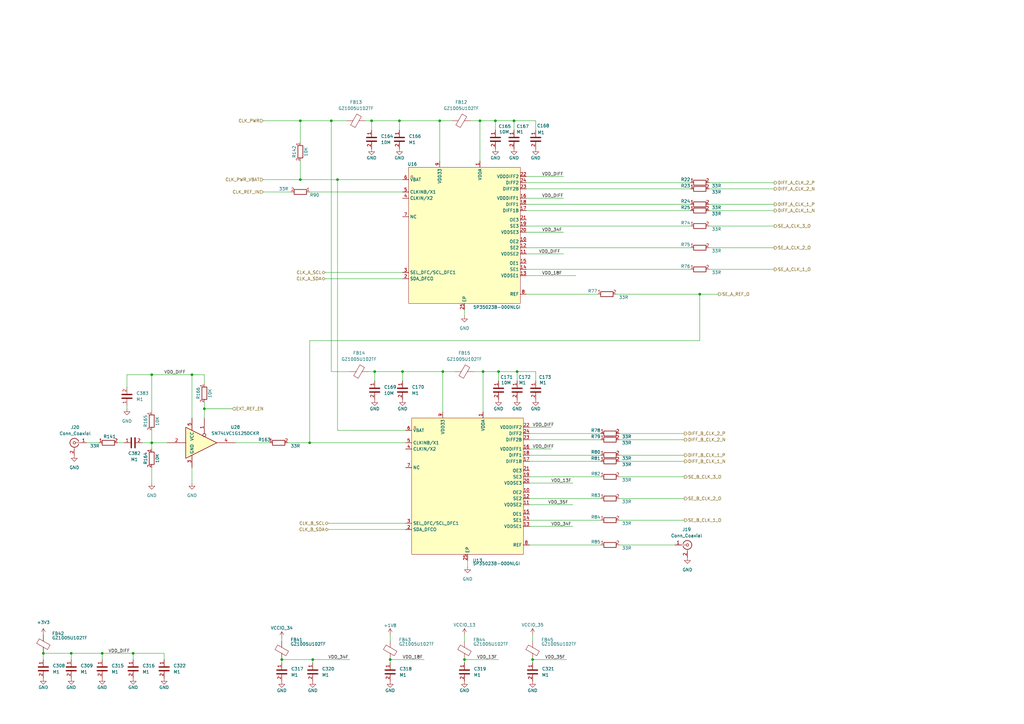
<source format=kicad_sch>
(kicad_sch (version 20250114) (generator "eeschema") (generator_version "9.0")
  (paper "A3")
  (title_block (title "TRNX SDR Carrier board") (date "2025-11-18") (rev "0.1") (company "Tronex s.r.o. / Tronex Group USA LLC"))
  (lib_symbols
    (symbol "74xGxx:74LVC1G125"
      (property "Reference" "U" (at -10.16 7.62 0))
      (property "Value" "74LVC1G125" (at 2.54 -7.62 0))
      (symbol "74LVC1G125_0_1"
        (polyline (pts (xy -7.62 6.35) (xy -7.62 -6.35) (xy 5.08 0) (xy -7.62 6.35)) (stroke (width 0.254)) (fill (type background)))
      )
      (symbol "74LVC1G125_1_1"
        (pin input line (at -15.24 0 0) (length 7.62) (name "~") (number "2"))
        (pin power_in line (at -5.08 10.16 270) (length 5.08) (name "VCC") (number "5"))
        (pin power_in line (at -5.08 -10.16 90) (length 5.08) (name "GND") (number "3"))
        (pin input inverted (at 0 10.16 270) (length 7.62) (name "~") (number "1"))
        (pin tri_state line (at 12.7 0 180) (length 7.62) (name "~") (number "4"))
      )
    )
    (symbol "Connector:Conn_Coaxial" (pin_names (offset 1.016) (hide yes))
      (property "Reference" "J" (at 0.254 3.048 0))
      (property "Value" "Conn_Coaxial" (at 2.921 0 90))
      (symbol "Conn_Coaxial_0_1"
        (polyline (pts (xy -2.54 0) (xy -0.508 0)))
        (arc (start 1.778 0) (mid 0.222 -1.8079) (end -1.778 -0.508) (stroke (width 0.254)))
        (arc (start -1.778 0.508) (mid 0.2221 1.8084) (end 1.778 0) (stroke (width 0.254)))
        (circle (center 0 0) (radius 0.508) (stroke (width 0.2032)))
        (polyline (pts (xy 0 -2.54) (xy 0 -1.778)))
      )
      (symbol "Conn_Coaxial_1_1"
        (pin passive line (at -5.08 0 0) (length 2.54) (name "In") (number "1"))
        (pin passive line (at 0 -5.08 90) (length 2.54) (name "Ext") (number "2"))
      )
    )
    (symbol "Device:FerriteBead" (pin_numbers (hide yes)) (pin_names (offset 0))
      (property "Reference" "FB" (at -3.81 0.635 90))
      (property "Value" "FerriteBead" (at 3.81 0 90))
      (symbol "FerriteBead_0_1"
        (polyline (pts (xy -2.7686 0.4064) (xy -1.7018 2.2606) (xy 2.7686 -0.3048) (xy 1.6764 -2.159) (xy -2.7686 0.4064)))
        (polyline (pts (xy 0 1.27) (xy 0 1.2954)))
        (polyline (pts (xy 0 -1.27) (xy 0 -1.2192)))
      )
      (symbol "FerriteBead_1_1"
        (pin passive line (at 0 3.81 270) (length 2.54) (name "~") (number "1"))
        (pin passive line (at 0 -3.81 90) (length 2.54) (name "~") (number "2"))
      )
    )
    (symbol "PPA-Pasive:Cap" (pin_names (offset 1.016))
      (property "Reference" "C" (at -5.08 0 0))
      (property "Value" "Cap" (at 5.08 -2.54 0))
      (symbol "Cap_1_1"
        (polyline (pts (xy -2.032 0.762) (xy 2.032 0.762)) (stroke (width 0.508)))
        (polyline (pts (xy -2.032 -0.762) (xy 2.032 -0.762)) (stroke (width 0.508)))
        (pin passive line (at 0 3.81 270) (length 2.794) (name "~") (number "1"))
        (pin passive line (at 0 -3.81 90) (length 2.794) (name "~") (number "2"))
      )
    )
    (symbol "PPA-Pasive:Res" (pin_names (offset 1.016))
      (property "Reference" "R" (at -2.54 2.54 0))
      (property "Value" "Res" (at -1.27 -2.54 0))
      (symbol "Res_1_1"
        (rectangle (start 2.54 -1.016) (end -2.54 1.016) (stroke (width 0.254)))
        (pin passive line (at -3.81 0 0) (length 1.27) (name "~") (number "1"))
        (pin passive line (at 3.81 0 180) (length 1.27) (name "~") (number "2"))
      )
    )
    (symbol "power:+1V8" (power) (pin_names (offset 0))
      (property "Value" "+1V8" (at 0 3.556 0))
      (symbol "+1V8_0_1"
        (polyline (pts (xy -0.762 1.27) (xy 0 2.54)))
        (polyline (pts (xy 0 2.54) (xy 0.762 1.27)))
        (polyline (pts (xy 0 0) (xy 0 2.54)))
      )
      (symbol "+1V8_1_1"
        (pin power_in line (at 0 0 90) (length 0) (hide yes) (name "+1V8") (number "1"))
      )
    )
    (symbol "power:+3V3" (power) (pin_names (offset 0))
      (property "Value" "+3V3" (at 0 3.556 0))
      (symbol "+3V3_0_1"
        (polyline (pts (xy -0.762 1.27) (xy 0 2.54)))
        (polyline (pts (xy 0 2.54) (xy 0.762 1.27)))
        (polyline (pts (xy 0 0) (xy 0 2.54)))
      )
      (symbol "+3V3_1_1"
        (pin power_in line (at 0 0 90) (length 0) (hide yes) (name "+3V3") (number "1"))
      )
    )
    (symbol "power:GND" (power) (pin_names (offset 0))
      (property "Value" "GND" (at 0 -3.81 0))
      (symbol "GND_0_1"
        (polyline (pts (xy 0 0) (xy 0 -1.27) (xy 1.27 -1.27) (xy 0 -2.54) (xy -1.27 -1.27) (xy 0 -1.27)))
      )
      (symbol "GND_1_1"
        (pin power_in line (at 0 0 270) (length 0) (hide yes) (name "GND") (number "1"))
      )
    )
    (symbol "power:VDD" (power) (pin_names (offset 0))
      (property "Value" "VDD" (at 0 3.81 0))
      (symbol "VDD_0_1"
        (polyline (pts (xy -0.762 1.27) (xy 0 2.54)))
        (polyline (pts (xy 0 2.54) (xy 0.762 1.27)))
        (polyline (pts (xy 0 0) (xy 0 2.54)))
      )
      (symbol "VDD_1_1"
        (pin power_in line (at 0 0 90) (length 0) (hide yes) (name "VDD") (number "1"))
      )
    )
    (symbol "ppa-ic-clock:5P35023B-000NLGI"
      (property "Reference" "U" (at 0 0 0))
      (symbol "5P35023B-000NLGI_1_0"
        (rectangle (start -22.86 17.78) (end 22.86 -38.1) (fill (type background)))
        (circle (center -21.59 13.97) (radius 0.381))
        (pin unspecified line (at -25.4 12.7 0) (length 2.54) (name "VBAT") (number "6"))
        (pin unspecified line (at -25.4 7.62 0) (length 2.54) (name "CLKINB/X1") (number "5"))
        (pin unspecified line (at -25.4 5.08 0) (length 2.54) (name "CLKIN/X2") (number "4"))
        (pin unspecified line (at -25.4 -2.54 0) (length 2.54) (name "NC") (number "7"))
        (pin unspecified line (at -25.4 -25.4 0) (length 2.54) (name "SEL_DFC/SCL_DFC1") (number "3"))
        (pin unspecified line (at -25.4 -27.94 0) (length 2.54) (name "SDA_DFCO") (number "2"))
        (pin unspecified line (at -10.16 20.32 270) (length 2.54) (name "VDD33") (number "9"))
        (pin unspecified line (at 0 -40.64 90) (length 2.54) (name "EP") (number "25"))
        (pin unspecified line (at 6.35 20.32 270) (length 2.54) (name "VDDA") (number "1"))
        (pin unspecified line (at 25.4 13.97 180) (length 2.54) (name "VDDDIFF2") (number "22"))
        (pin unspecified line (at 25.4 11.43 180) (length 2.54) (name "DIFF2") (number "24"))
        (pin unspecified line (at 25.4 8.89 180) (length 2.54) (name "DIFF2B") (number "23"))
        (pin unspecified line (at 25.4 5.08 180) (length 2.54) (name "VDDDIFF1") (number "16"))
        (pin unspecified line (at 25.4 2.54 180) (length 2.54) (name "DIFF1") (number "18"))
        (pin unspecified line (at 25.4 0 180) (length 2.54) (name "DIFF1B") (number "17"))
        (pin unspecified line (at 25.4 -3.81 180) (length 2.54) (name "OE3") (number "21"))
        (pin unspecified line (at 25.4 -6.35 180) (length 2.54) (name "SE3") (number "19"))
        (pin unspecified line (at 25.4 -8.89 180) (length 2.54) (name "VDDSE3") (number "20"))
        (pin unspecified line (at 25.4 -12.7 180) (length 2.54) (name "OE2") (number "10"))
        (pin unspecified line (at 25.4 -15.24 180) (length 2.54) (name "SE2") (number "12"))
        (pin unspecified line (at 25.4 -17.78 180) (length 2.54) (name "VDDSE2") (number "11"))
        (pin unspecified line (at 25.4 -21.59 180) (length 2.54) (name "OE1") (number "15"))
        (pin unspecified line (at 25.4 -24.13 180) (length 2.54) (name "SE1") (number "14"))
        (pin unspecified line (at 25.4 -26.67 180) (length 2.54) (name "VDDSE1") (number "13"))
        (pin unspecified line (at 25.4 -34.29 180) (length 2.54) (name "REF") (number "8"))
      )
    )
  )
  (junction (at 135.89 49.53))
  (junction (at 152.4 49.53))
  (junction (at 287.02 120.65))
  (junction (at 160.02 270.51))
  (junction (at 218.44 270.51))
  (junction (at 210.82 49.53))
  (junction (at 181.61 152.4))
  (junction (at 153.67 152.4))
  (junction (at 203.2 49.53))
  (junction (at 123.19 49.53))
  (junction (at 17.78 267.97))
  (junction (at 41.91 267.97))
  (junction (at 165.1 152.4))
  (junction (at 115.57 270.51))
  (junction (at 123.19 73.66))
  (junction (at 196.85 49.53))
  (junction (at 29.21 267.97))
  (junction (at 198.12 152.4))
  (junction (at 54.61 267.97))
  (junction (at 190.5 270.51))
  (junction (at 62.23 153.67))
  (junction (at 212.09 152.4))
  (junction (at 83.82 167.64))
  (junction (at 127 181.61))
  (junction (at 78.74 153.67))
  (junction (at 128.27 270.51))
  (junction (at 204.47 152.4))
  (junction (at 163.83 49.53))
  (junction (at 180.34 49.53))
  (junction (at 62.23 181.61))
  (junction (at 138.43 73.66))
  (wire (pts (xy 123.19 66.04) (xy 123.19 73.66)))
  (wire (pts (xy 165.1 152.4) (xy 181.61 152.4)))
  (wire (pts (xy 215.9 110.49) (xy 283.21 110.49)))
  (wire (pts (xy 54.61 270.51) (xy 54.61 267.97)))
  (wire (pts (xy 254 223.52) (xy 276.86 223.52)))
  (wire (pts (xy 133.35 111.76) (xy 165.1 111.76)))
  (wire (pts (xy 52.07 166.37) (xy 52.07 167.64)))
  (wire (pts (xy 204.47 152.4) (xy 204.47 156.21)))
  (wire (pts (xy 83.82 171.45) (xy 83.82 167.64)))
  (wire (pts (xy 62.23 168.91) (xy 62.23 153.67)))
  (wire (pts (xy 115.57 270.51) (xy 115.57 271.78)))
  (wire (pts (xy 107.95 49.53) (xy 123.19 49.53)))
  (wire (pts (xy 290.83 77.47) (xy 317.5 77.47)))
  (wire (pts (xy 217.17 223.52) (xy 246.38 223.52)))
  (wire (pts (xy 218.44 270.51) (xy 232.41 270.51)))
  (wire (pts (xy 29.21 267.97) (xy 17.78 267.97)))
  (wire (pts (xy 127 139.7) (xy 127 181.61)))
  (wire (pts (xy 128.27 270.51) (xy 128.27 271.78)))
  (wire (pts (xy 215.9 104.14) (xy 231.14 104.14)))
  (wire (pts (xy 217.17 215.9) (xy 234.95 215.9)))
  (wire (pts (xy 41.91 267.97) (xy 29.21 267.97)))
  (wire (pts (xy 135.89 152.4) (xy 135.89 49.53)))
  (wire (pts (xy 196.85 49.53) (xy 193.04 49.53)))
  (wire (pts (xy 212.09 152.4) (xy 204.47 152.4)))
  (wire (pts (xy 203.2 49.53) (xy 203.2 53.34)))
  (wire (pts (xy 215.9 74.93) (xy 283.21 74.93)))
  (wire (pts (xy 215.9 120.65) (xy 245.11 120.65)))
  (wire (pts (xy 78.74 198.12) (xy 78.74 191.77)))
  (wire (pts (xy 231.14 95.25) (xy 215.9 95.25)))
  (wire (pts (xy 254 189.23) (xy 280.67 189.23)))
  (wire (pts (xy 128.27 270.51) (xy 143.51 270.51)))
  (wire (pts (xy 254 213.36) (xy 280.67 213.36)))
  (wire (pts (xy 180.34 49.53) (xy 180.34 66.04)))
  (wire (pts (xy 152.4 49.53) (xy 152.4 53.34)))
  (wire (pts (xy 210.82 49.53) (xy 210.82 53.34)))
  (wire (pts (xy 190.5 270.51) (xy 204.47 270.51)))
  (wire (pts (xy 17.78 267.97) (xy 17.78 270.51)))
  (wire (pts (xy 83.82 157.48) (xy 83.82 153.67)))
  (wire (pts (xy 143.51 152.4) (xy 135.89 152.4)))
  (wire (pts (xy 215.9 86.36) (xy 283.21 86.36)))
  (wire (pts (xy 252.73 120.65) (xy 287.02 120.65)))
  (wire (pts (xy 181.61 152.4) (xy 186.69 152.4)))
  (wire (pts (xy 180.34 49.53) (xy 185.42 49.53)))
  (wire (pts (xy 123.19 49.53) (xy 123.19 58.42)))
  (wire (pts (xy 123.19 49.53) (xy 135.89 49.53)))
  (wire (pts (xy 287.02 120.65) (xy 294.64 120.65)))
  (wire (pts (xy 48.26 181.61) (xy 50.8 181.61)))
  (wire (pts (xy 52.07 153.67) (xy 62.23 153.67)))
  (wire (pts (xy 107.95 78.74) (xy 119.38 78.74)))
  (wire (pts (xy 62.23 153.67) (xy 78.74 153.67)))
  (wire (pts (xy 151.13 152.4) (xy 153.67 152.4)))
  (wire (pts (xy 190.5 127) (xy 190.5 129.54)))
  (wire (pts (xy 254 186.69) (xy 280.67 186.69)))
  (wire (pts (xy 287.02 139.7) (xy 127 139.7)))
  (wire (pts (xy 134.62 217.17) (xy 166.37 217.17)))
  (wire (pts (xy 290.83 83.82) (xy 317.5 83.82)))
  (wire (pts (xy 62.23 181.61) (xy 68.58 181.61)))
  (wire (pts (xy 133.35 114.3) (xy 165.1 114.3)))
  (wire (pts (xy 217.17 198.12) (xy 234.95 198.12)))
  (wire (pts (xy 118.11 181.61) (xy 127 181.61)))
  (wire (pts (xy 163.83 49.53) (xy 180.34 49.53)))
  (wire (pts (xy 83.82 165.1) (xy 83.82 167.64)))
  (wire (pts (xy 165.1 152.4) (xy 165.1 156.21)))
  (wire (pts (xy 217.17 186.69) (xy 246.38 186.69)))
  (wire (pts (xy 215.9 72.39) (xy 231.14 72.39)))
  (wire (pts (xy 149.86 49.53) (xy 152.4 49.53)))
  (wire (pts (xy 191.77 229.87) (xy 191.77 232.41)))
  (wire (pts (xy 138.43 176.53) (xy 138.43 73.66)))
  (wire (pts (xy 96.52 181.61) (xy 110.49 181.61)))
  (wire (pts (xy 290.83 86.36) (xy 317.5 86.36)))
  (wire (pts (xy 41.91 267.97) (xy 41.91 270.51)))
  (wire (pts (xy 215.9 113.03) (xy 236.22 113.03)))
  (wire (pts (xy 160.02 270.51) (xy 173.99 270.51)))
  (wire (pts (xy 212.09 152.4) (xy 212.09 156.21)))
  (wire (pts (xy 67.31 270.51) (xy 67.31 267.97)))
  (wire (pts (xy 215.9 77.47) (xy 283.21 77.47)))
  (wire (pts (xy 163.83 49.53) (xy 163.83 53.34)))
  (wire (pts (xy 203.2 49.53) (xy 196.85 49.53)))
  (wire (pts (xy 196.85 49.53) (xy 196.85 66.04)))
  (wire (pts (xy 166.37 176.53) (xy 138.43 176.53)))
  (wire (pts (xy 54.61 267.97) (xy 41.91 267.97)))
  (wire (pts (xy 115.57 270.51) (xy 128.27 270.51)))
  (wire (pts (xy 58.42 181.61) (xy 62.23 181.61)))
  (wire (pts (xy 215.9 92.71) (xy 283.21 92.71)))
  (wire (pts (xy 190.5 260.35) (xy 190.5 262.89)))
  (wire (pts (xy 217.17 180.34) (xy 246.38 180.34)))
  (wire (pts (xy 152.4 49.53) (xy 163.83 49.53)))
  (wire (pts (xy 153.67 152.4) (xy 165.1 152.4)))
  (wire (pts (xy 217.17 177.8) (xy 246.38 177.8)))
  (wire (pts (xy 210.82 49.53) (xy 219.71 49.53)))
  (wire (pts (xy 198.12 152.4) (xy 194.31 152.4)))
  (wire (pts (xy 40.64 181.61) (xy 35.56 181.61)))
  (wire (pts (xy 29.21 267.97) (xy 29.21 270.51)))
  (wire (pts (xy 215.9 101.6) (xy 283.21 101.6)))
  (wire (pts (xy 217.17 207.01) (xy 234.95 207.01)))
  (wire (pts (xy 190.5 270.51) (xy 190.5 271.78)))
  (wire (pts (xy 83.82 153.67) (xy 78.74 153.67)))
  (wire (pts (xy 217.17 213.36) (xy 246.38 213.36)))
  (wire (pts (xy 123.19 73.66) (xy 138.43 73.66)))
  (wire (pts (xy 62.23 176.53) (xy 62.23 181.61)))
  (wire (pts (xy 254 180.34) (xy 280.67 180.34)))
  (wire (pts (xy 127 78.74) (xy 165.1 78.74)))
  (wire (pts (xy 198.12 152.4) (xy 198.12 168.91)))
  (wire (pts (xy 153.67 152.4) (xy 153.67 156.21)))
  (wire (pts (xy 135.89 49.53) (xy 142.24 49.53)))
  (wire (pts (xy 160.02 270.51) (xy 160.02 271.78)))
  (wire (pts (xy 217.17 189.23) (xy 246.38 189.23)))
  (wire (pts (xy 218.44 270.51) (xy 218.44 271.78)))
  (wire (pts (xy 127 181.61) (xy 166.37 181.61)))
  (wire (pts (xy 217.17 184.15) (xy 226.06 184.15)))
  (wire (pts (xy 254 195.58) (xy 280.67 195.58)))
  (wire (pts (xy 290.83 101.6) (xy 317.5 101.6)))
  (wire (pts (xy 290.83 74.93) (xy 317.5 74.93)))
  (wire (pts (xy 254 177.8) (xy 280.67 177.8)))
  (wire (pts (xy 219.71 156.21) (xy 219.71 152.4)))
  (wire (pts (xy 290.83 110.49) (xy 317.5 110.49)))
  (wire (pts (xy 218.44 260.35) (xy 218.44 262.89)))
  (wire (pts (xy 215.9 83.82) (xy 283.21 83.82)))
  (wire (pts (xy 83.82 167.64) (xy 95.25 167.64)))
  (wire (pts (xy 115.57 261.62) (xy 115.57 262.89)))
  (wire (pts (xy 134.62 214.63) (xy 166.37 214.63)))
  (wire (pts (xy 78.74 153.67) (xy 78.74 171.45)))
  (wire (pts (xy 219.71 53.34) (xy 219.71 49.53)))
  (wire (pts (xy 290.83 92.71) (xy 317.5 92.71)))
  (wire (pts (xy 62.23 198.12) (xy 62.23 191.77)))
  (wire (pts (xy 138.43 73.66) (xy 165.1 73.66)))
  (wire (pts (xy 204.47 152.4) (xy 198.12 152.4)))
  (wire (pts (xy 287.02 120.65) (xy 287.02 139.7)))
  (wire (pts (xy 160.02 260.35) (xy 160.02 262.89)))
  (wire (pts (xy 254 204.47) (xy 280.67 204.47)))
  (wire (pts (xy 217.17 204.47) (xy 246.38 204.47)))
  (wire (pts (xy 67.31 267.97) (xy 54.61 267.97)))
  (wire (pts (xy 107.95 73.66) (xy 123.19 73.66)))
  (wire (pts (xy 62.23 181.61) (xy 62.23 184.15)))
  (wire (pts (xy 210.82 49.53) (xy 203.2 49.53)))
  (wire (pts (xy 217.17 175.26) (xy 226.06 175.26)))
  (wire (pts (xy 52.07 158.75) (xy 52.07 153.67)))
  (wire (pts (xy 181.61 152.4) (xy 181.61 168.91)))
  (wire (pts (xy 212.09 152.4) (xy 219.71 152.4)))
  (wire (pts (xy 231.14 81.28) (xy 215.9 81.28)))
  (wire (pts (xy 217.17 195.58) (xy 246.38 195.58)))
  (label "VDD_18F" (at 165.1 270.51 0))
  (label "VDD_35F" (at 224.79 207.01 0))
  (label "VDD_DIFF" (at 220.98 104.14 0))
  (label "VDD_34F" (at 222.25 95.25 0))
  (label "VDD_DIFF" (at 218.44 184.15 0))
  (label "VDD_13F" (at 226.06 198.12 0))
  (label "VDD_DIFF" (at 218.44 175.26 0))
  (label "VDD_18F" (at 222.25 113.03 0))
  (label "VDD_DIFF" (at 222.25 81.28 0))
  (label "VDD_DIFF" (at 44.45 267.97 0))
  (label "VDD_34F" (at 134.62 270.51 0))
  (label "VDD_35F" (at 223.52 270.51 0))
  (label "VDD_DIFF" (at 222.25 72.39 0))
  (label "VDD_13F" (at 195.58 270.51 0))
  (label "VDD_DIFF" (at 67.31 153.67 0))
  (label "VDD_34F" (at 226.06 215.9 0))
  (hierarchical_label "DIFF_A_CLK_1_P" (shape output) (at 317.5 83.82 0))
  (hierarchical_label "SE_B_CLK_3_O" (shape output) (at 280.67 195.58 0))
  (hierarchical_label "CLK_B_SCL" (shape bidirectional) (at 134.62 214.63 180))
  (hierarchical_label "CLK_REF_IN" (shape input) (at 107.95 78.74 180))
  (hierarchical_label "DIFF_B_CLK_1_N" (shape output) (at 280.67 189.23 0))
  (hierarchical_label "CLK_A_SCL" (shape bidirectional) (at 133.35 111.76 180))
  (hierarchical_label "CLK_PWR" (shape input) (at 107.95 49.53 180))
  (hierarchical_label "CLK_A_SDA" (shape bidirectional) (at 133.35 114.3 180))
  (hierarchical_label "SE_A_CLK_2_O" (shape output) (at 317.5 101.6 0))
  (hierarchical_label "DIFF_B_CLK_1_P" (shape output) (at 280.67 186.69 0))
  (hierarchical_label "SE_A_REF_O" (shape output) (at 294.64 120.65 0))
  (hierarchical_label "DIFF_A_CLK_1_N" (shape output) (at 317.5 86.36 0))
  (hierarchical_label "DIFF_B_CLK_2_N" (shape output) (at 280.67 180.34 0))
  (hierarchical_label "CLK_PWR_VBAT" (shape input) (at 107.95 73.66 180))
  (hierarchical_label "SE_B_CLK_2_O" (shape output) (at 280.67 204.47 0))
  (hierarchical_label "DIFF_A_CLK_2_P" (shape output) (at 317.5 74.93 0))
  (hierarchical_label "DIFF_B_CLK_2_P" (shape output) (at 280.67 177.8 0))
  (hierarchical_label "EXT_REF_EN" (shape input) (at 95.25 167.64 0))
  (hierarchical_label "DIFF_A_CLK_2_N" (shape output) (at 317.5 77.47 0))
  (hierarchical_label "SE_A_CLK_1_O" (shape output) (at 317.5 110.49 0))
  (hierarchical_label "SE_A_CLK_3_O" (shape output) (at 317.5 92.71 0))
  (hierarchical_label "CLK_B_SDA" (shape bidirectional) (at 134.62 217.17 180))
  (hierarchical_label "SE_B_CLK_1_O" (shape output) (at 280.67 213.36 0))
  (symbol (lib_id "power:VDD") (at 190.5 260.35 0) (unit 1)
    (property "Reference" "#PWR0397" (effects (hide yes)))
    (property "Value" "VCCIO_13" (at 190.5 256.286 0))
    (property "Description" "Power symbol creates a global label with name \"VDD\"" (effects (hide yes)))
  )
  (symbol (lib_id "PPA-Pasive:Res") (at 287.02 83.82 0) (unit 1)
    (property "Reference" "R24" (at 281.178 82.55 0))
    (property "Value" "33R" (at 293.878 85.09 0))
    (property "Footprint" "Resistor_SMD:R_0402_1005Metric" (effects (hide yes)))
    (property "Power" "250mW" (effects (hide yes)))
    (property "Tolerance" "=< 5%" (effects (hide yes)))
    (property "JLCPCB Part #" "C25105" (effects (hide yes)))
  )
  (symbol (lib_id "PPA-Pasive:Res") (at 62.23 172.72 270) (unit 1)
    (property "Reference" "R165" (at 59.69 172.72 0))
    (property "Value" "10K" (at 64.516 172.72 0))
    (property "Footprint" "Resistor_SMD:R_0402_1005Metric" (effects (hide yes)))
    (property "Power" "250mW" (effects (hide yes)))
    (property "Tolerance" "=< 5%" (effects (hide yes)))
    (property "JLCPCB Part #" "C25744" (effects (hide yes)))
  )
  (symbol (lib_id "Device:FerriteBead") (at 218.44 266.7 180) (unit 1)
    (property "Reference" "FB45" (at 221.996 262.382 0) (effects (justify right)))
    (property "Value" "GZ1005U102TF" (at 221.996 264.16 0) (effects (justify right)))
    (property "Footprint" "Inductor_SMD:L_0402_1005Metric_Pad0.77x0.64mm_HandSolder" (effects (hide yes)))
    (property "Description" "Ferrite bead" (effects (hide yes)))
    (property "JLCPCB Part #" "C19136" (effects (hide yes)))
  )
  (symbol (lib_id "PPA-Pasive:Res") (at 250.19 195.58 0) (unit 1)
    (property "Reference" "R82" (at 244.348 194.31 0))
    (property "Value" "33R" (at 257.048 196.85 0))
    (property "Footprint" "Resistor_SMD:R_0402_1005Metric" (effects (hide yes)))
    (property "Power" "250mW" (effects (hide yes)))
    (property "Tolerance" "=< 5%" (effects (hide yes)))
    (property "JLCPCB Part #" "C25105" (effects (hide yes)))
  )
  (symbol (lib_id "power:GND") (at 128.27 279.4 0) (unit 1)
    (property "Reference" "#PWR0518" (effects (hide yes)))
    (property "Value" "GND" (at 128.27 283.21 0))
    (property "Description" "Power symbol creates a global label with name \"GND\" , ground" (effects (hide yes)))
  )
  (symbol (lib_id "PPA-Pasive:Cap") (at 153.67 160.02 0) (unit 1)
    (property "Reference" "C169" (at 157.48 158.7499 0) (effects (justify left)))
    (property "Value" "10M" (at 157.48 161.2899 0) (effects (justify left)))
    (property "Footprint" "Capacitor_SMD:C_0603_1608Metric" (effects (hide yes)))
    (property "Description" "capacitor" (effects (hide yes)))
    (property "Voltage" "100V" (effects (hide yes)))
    (property "Material" "X7R" (effects (hide yes)))
    (property "JLCPCB Part #" "C96446" (effects (hide yes)))
  )
  (symbol (lib_id "PPA-Pasive:Res") (at 250.19 204.47 0) (unit 1)
    (property "Reference" "R83" (at 244.348 203.2 0))
    (property "Value" "33R" (at 257.048 205.74 0))
    (property "Footprint" "Resistor_SMD:R_0402_1005Metric" (effects (hide yes)))
    (property "Power" "250mW" (effects (hide yes)))
    (property "Tolerance" "=< 5%" (effects (hide yes)))
    (property "JLCPCB Part #" "C25105" (effects (hide yes)))
  )
  (symbol (lib_id "PPA-Pasive:Res") (at 83.82 161.29 270) (unit 1)
    (property "Reference" "R166" (at 81.28 161.29 0))
    (property "Value" "10K" (at 86.106 161.29 0))
    (property "Footprint" "Resistor_SMD:R_0402_1005Metric" (effects (hide yes)))
    (property "Power" "250mW" (effects (hide yes)))
    (property "Tolerance" "=< 5%" (effects (hide yes)))
    (property "JLCPCB Part #" "C25744" (effects (hide yes)))
  )
  (symbol (lib_id "PPA-Pasive:Cap") (at 128.27 275.59 0) (unit 1)
    (property "Reference" "C320" (at 132.08 274.3199 0) (effects (justify left)))
    (property "Value" "M1" (at 132.08 276.8599 0) (effects (justify left)))
    (property "Footprint" "Capacitor_SMD:C_0201_0603Metric" (effects (hide yes)))
    (property "Description" "capacitor" (effects (hide yes)))
    (property "Voltage" "100V" (effects (hide yes)))
    (property "Material" "X7R" (effects (hide yes)))
    (property "PN" "CL03A104KP3NNNC" (effects (hide yes)))
    (property "JLC" "C49062" (effects (hide yes)))
    (property "JLCPCB Part #" "C1581" (effects (hide yes)))
  )
  (symbol (lib_id "power:GND") (at 190.5 279.4 0) (unit 1)
    (property "Reference" "#PWR0516" (effects (hide yes)))
    (property "Value" "GND" (at 190.5 283.21 0))
    (property "Description" "Power symbol creates a global label with name \"GND\" , ground" (effects (hide yes)))
  )
  (symbol (lib_id "PPA-Pasive:Res") (at 287.02 74.93 0) (unit 1)
    (property "Reference" "R22" (at 281.178 73.66 0))
    (property "Value" "33R" (at 293.878 76.2 0))
    (property "Footprint" "Resistor_SMD:R_0402_1005Metric" (effects (hide yes)))
    (property "Power" "250mW" (effects (hide yes)))
    (property "Tolerance" "=< 5%" (effects (hide yes)))
    (property "JLCPCB Part #" "C25105" (effects (hide yes)))
  )
  (symbol (lib_id "PPA-Pasive:Cap") (at 218.44 275.59 0) (unit 1)
    (property "Reference" "C321" (at 222.25 274.3199 0) (effects (justify left)))
    (property "Value" "M1" (at 222.25 276.8599 0) (effects (justify left)))
    (property "Footprint" "Capacitor_SMD:C_0201_0603Metric" (effects (hide yes)))
    (property "Description" "capacitor" (effects (hide yes)))
    (property "Voltage" "100V" (effects (hide yes)))
    (property "Material" "X7R" (effects (hide yes)))
    (property "PN" "CL03A104KP3NNNC" (effects (hide yes)))
    (property "JLC" "C49062" (effects (hide yes)))
    (property "JLCPCB Part #" "C1581" (effects (hide yes)))
  )
  (symbol (lib_id "power:VDD") (at 115.57 261.62 0) (unit 1)
    (property "Reference" "#PWR0523" (effects (hide yes)))
    (property "Value" "VCCIO_34" (at 115.57 257.556 0))
    (property "Description" "Power symbol creates a global label with name \"VDD\"" (effects (hide yes)))
  )
  (symbol (lib_id "PPA-Pasive:Cap") (at 52.07 162.56 180) (unit 1)
    (property "Reference" "C383" (at 55.88 161.2899 0) (effects (justify right)))
    (property "Value" "M1" (at 55.88 163.8299 0) (effects (justify right)))
    (property "Footprint" "Capacitor_SMD:C_0201_0603Metric" (effects (hide yes)))
    (property "Description" "capacitor" (effects (hide yes)))
    (property "Voltage" "100V" (effects (hide yes)))
    (property "Material" "X7R" (effects (hide yes)))
    (property "PN" "CL03A104KP3NNNC" (effects (hide yes)))
    (property "JLC" "C49062" (effects (hide yes)))
    (property "JLCPCB Part #" "C1581" (effects (hide yes)))
  )
  (symbol (lib_id "power:GND") (at 153.67 163.83 0) (unit 1)
    (property "Reference" "#PWR0244" (effects (hide yes)))
    (property "Value" "GND" (at 153.67 167.64 0))
    (property "Description" "Power symbol creates a global label with name \"GND\" , ground" (effects (hide yes)))
  )
  (symbol (lib_id "power:GND") (at 62.23 198.12 0) (unit 1)
    (property "Reference" "#PWR0656" (effects (hide yes)))
    (property "Value" "GND" (at 62.23 203.2 0))
    (property "Description" "Power symbol creates a global label with name \"GND\" , ground" (effects (hide yes)))
  )
  (symbol (lib_id "power:GND") (at 115.57 279.4 0) (unit 1)
    (property "Reference" "#PWR0522" (effects (hide yes)))
    (property "Value" "GND" (at 115.57 283.21 0))
    (property "Description" "Power symbol creates a global label with name \"GND\" , ground" (effects (hide yes)))
  )
  (symbol (lib_id "PPA-Pasive:Res") (at 250.19 177.8 0) (unit 1)
    (property "Reference" "R78" (at 244.348 176.53 0))
    (property "Value" "33R" (at 257.048 179.07 0))
    (property "Footprint" "Resistor_SMD:R_0402_1005Metric" (effects (hide yes)))
    (property "Power" "250mW" (effects (hide yes)))
    (property "Tolerance" "=< 5%" (effects (hide yes)))
    (property "JLCPCB Part #" "C25105" (effects (hide yes)))
  )
  (symbol (lib_id "power:GND") (at 218.44 279.4 0) (unit 1)
    (property "Reference" "#PWR0524" (effects (hide yes)))
    (property "Value" "GND" (at 218.44 283.21 0))
    (property "Description" "Power symbol creates a global label with name \"GND\" , ground" (effects (hide yes)))
  )
  (symbol (lib_id "power:+3V3") (at 17.78 260.35 0) (unit 1)
    (property "Reference" "#PWR0513" (effects (hide yes)))
    (property "Value" "+3V3" (at 17.78 255.27 0))
    (property "Description" "Power symbol creates a global label with name \"+3V3\"" (effects (hide yes)))
  )
  (symbol (lib_id "PPA-Pasive:Cap") (at 54.61 181.61 90) (unit 1)
    (property "Reference" "C382" (at 55.118 185.928 90))
    (property "Value" "M1" (at 55.118 188.468 90))
    (property "Footprint" "Capacitor_SMD:C_0201_0603Metric" (effects (hide yes)))
    (property "Description" "capacitor" (effects (hide yes)))
    (property "Voltage" "100V" (effects (hide yes)))
    (property "Material" "X7R" (effects (hide yes)))
    (property "PN" "CL03A104KP3NNNC" (effects (hide yes)))
    (property "JLC" "C49062" (effects (hide yes)))
    (property "JLCPCB Part #" "C1581" (effects (hide yes)))
  )
  (symbol (lib_id "PPA-Pasive:Cap") (at 17.78 274.32 0) (unit 1)
    (property "Reference" "C308" (at 21.59 273.0499 0) (effects (justify left)))
    (property "Value" "M1" (at 21.59 275.5899 0) (effects (justify left)))
    (property "Footprint" "Capacitor_SMD:C_0201_0603Metric" (effects (hide yes)))
    (property "Description" "capacitor" (effects (hide yes)))
    (property "Voltage" "100V" (effects (hide yes)))
    (property "Material" "X7R" (effects (hide yes)))
    (property "PN" "CL03A104KP3NNNC" (effects (hide yes)))
    (property "JLC" "C49062" (effects (hide yes)))
    (property "JLCPCB Part #" "C1581" (effects (hide yes)))
  )
  (symbol (lib_id "PPA-Pasive:Res") (at 250.19 186.69 0) (unit 1)
    (property "Reference" "R80" (at 244.348 185.42 0))
    (property "Value" "33R" (at 257.048 187.96 0))
    (property "Footprint" "Resistor_SMD:R_0402_1005Metric" (effects (hide yes)))
    (property "Power" "250mW" (effects (hide yes)))
    (property "Tolerance" "=< 5%" (effects (hide yes)))
    (property "JLCPCB Part #" "C25105" (effects (hide yes)))
  )
  (symbol (lib_id "PPA-Pasive:Cap") (at 219.71 160.02 0) (unit 1)
    (property "Reference" "C173" (at 220.98 154.686 0) (effects (justify left)))
    (property "Value" "M1" (at 221.234 156.972 0) (effects (justify left)))
    (property "Footprint" "Capacitor_SMD:C_0201_0603Metric" (effects (hide yes)))
    (property "Description" "capacitor" (effects (hide yes)))
    (property "Voltage" "100V" (effects (hide yes)))
    (property "Material" "X7R" (effects (hide yes)))
    (property "PN" "CL03A104KP3NNNC" (effects (hide yes)))
    (property "JLC" "C49062" (effects (hide yes)))
    (property "JLCPCB Part #" "C1581" (effects (hide yes)))
  )
  (symbol (lib_id "power:GND") (at 52.07 167.64 0) (unit 1)
    (property "Reference" "#PWR0657" (effects (hide yes)))
    (property "Value" "GND" (at 52.07 172.72 0))
    (property "Description" "Power symbol creates a global label with name \"GND\" , ground" (effects (hide yes)))
  )
  (symbol (lib_id "PPA-Pasive:Res") (at 114.3 181.61 0) (unit 1)
    (property "Reference" "R163" (at 108.458 180.34 0))
    (property "Value" "33R" (at 121.158 182.88 0))
    (property "Footprint" "Resistor_SMD:R_0402_1005Metric" (effects (hide yes)))
    (property "Power" "250mW" (effects (hide yes)))
    (property "Tolerance" "=< 5%" (effects (hide yes)))
    (property "JLCPCB Part #" "C25105" (effects (hide yes)))
  )
  (symbol (lib_id "PPA-Pasive:Cap") (at 165.1 160.02 0) (unit 1)
    (property "Reference" "C170" (at 168.91 158.7499 0) (effects (justify left)))
    (property "Value" "M1" (at 168.91 161.2899 0) (effects (justify left)))
    (property "Footprint" "Capacitor_SMD:C_0201_0603Metric" (effects (hide yes)))
    (property "Description" "capacitor" (effects (hide yes)))
    (property "Voltage" "100V" (effects (hide yes)))
    (property "Material" "X7R" (effects (hide yes)))
    (property "PN" "CL03A104KP3NNNC" (effects (hide yes)))
    (property "JLC" "C49062" (effects (hide yes)))
    (property "JLCPCB Part #" "C1581" (effects (hide yes)))
  )
  (symbol (lib_id "PPA-Pasive:Res") (at 287.02 77.47 0) (unit 1)
    (property "Reference" "R23" (at 281.178 76.2 0))
    (property "Value" "33R" (at 293.878 78.74 0))
    (property "Footprint" "Resistor_SMD:R_0402_1005Metric" (effects (hide yes)))
    (property "Power" "250mW" (effects (hide yes)))
    (property "Tolerance" "=< 5%" (effects (hide yes)))
    (property "JLCPCB Part #" "C25105" (effects (hide yes)))
  )
  (symbol (lib_id "power:GND") (at 160.02 279.4 0) (unit 1)
    (property "Reference" "#PWR0512" (effects (hide yes)))
    (property "Value" "GND" (at 160.02 283.21 0))
    (property "Description" "Power symbol creates a global label with name \"GND\" , ground" (effects (hide yes)))
  )
  (symbol (lib_id "power:GND") (at 67.31 278.13 0) (unit 1)
    (property "Reference" "#PWR0525" (effects (hide yes)))
    (property "Value" "GND" (at 67.31 281.94 0))
    (property "Description" "Power symbol creates a global label with name \"GND\" , ground" (effects (hide yes)))
  )
  (symbol (lib_id "Connector:Conn_Coaxial") (at 281.94 223.52 0) (unit 1)
    (property "Reference" "J19" (at 281.6226 217.17 0))
    (property "Value" "Conn_Coaxial" (at 281.6226 219.71 0))
    (property "Footprint" "Connector_Coaxial:MMCX_Molex_73415-0961_Horizontal_1.6mm-PCB" (effects (hide yes)))
    (property "Description" "coaxial connector (BNC, SMA, SMB, SMC, Cinch/RCA, LEMO, ...)" (effects (hide yes)))
    (property "JLCPCB Part #" "C5250057" (effects (hide yes)))
  )
  (symbol (lib_id "PPA-Pasive:Cap") (at 41.91 274.32 0) (unit 1)
    (property "Reference" "C315" (at 45.72 273.0499 0) (effects (justify left)))
    (property "Value" "M1" (at 45.72 275.5899 0) (effects (justify left)))
    (property "Footprint" "Capacitor_SMD:C_0201_0603Metric" (effects (hide yes)))
    (property "Description" "capacitor" (effects (hide yes)))
    (property "Voltage" "100V" (effects (hide yes)))
    (property "Material" "X7R" (effects (hide yes)))
    (property "PN" "CL03A104KP3NNNC" (effects (hide yes)))
    (property "JLC" "C49062" (effects (hide yes)))
    (property "JLCPCB Part #" "C1581" (effects (hide yes)))
  )
  (symbol (lib_id "PPA-Pasive:Res") (at 250.19 213.36 0) (unit 1)
    (property "Reference" "R84" (at 244.348 212.09 0))
    (property "Value" "33R" (at 257.048 214.63 0))
    (property "Footprint" "Resistor_SMD:R_0402_1005Metric" (effects (hide yes)))
    (property "Power" "250mW" (effects (hide yes)))
    (property "Tolerance" "=< 5%" (effects (hide yes)))
    (property "JLCPCB Part #" "C25105" (effects (hide yes)))
  )
  (symbol (lib_id "PPA-Pasive:Cap") (at 219.71 57.15 0) (unit 1)
    (property "Reference" "C168" (at 220.218 51.562 0) (effects (justify left)))
    (property "Value" "M1" (at 220.472 54.356 0) (effects (justify left)))
    (property "Footprint" "Capacitor_SMD:C_0201_0603Metric" (effects (hide yes)))
    (property "Description" "capacitor" (effects (hide yes)))
    (property "Voltage" "100V" (effects (hide yes)))
    (property "Material" "X7R" (effects (hide yes)))
    (property "PN" "CL03A104KP3NNNC" (effects (hide yes)))
    (property "JLC" "C49062" (effects (hide yes)))
    (property "JLCPCB Part #" "C1581" (effects (hide yes)))
  )
  (symbol (lib_id "Device:FerriteBead") (at 189.23 49.53 90) (unit 1)
    (property "Reference" "FB12" (at 189.1792 41.91 90))
    (property "Value" "GZ1005U102TF" (at 189.1792 44.45 90))
    (property "Footprint" "Inductor_SMD:L_0402_1005Metric_Pad0.77x0.64mm_HandSolder" (effects (hide yes)))
    (property "Description" "Ferrite bead" (effects (hide yes)))
    (property "JLCPCB Part #" "C19136" (effects (hide yes)))
  )
  (symbol (lib_id "power:GND") (at 219.71 163.83 0) (unit 1)
    (property "Reference" "#PWR0249" (effects (hide yes)))
    (property "Value" "GND" (at 219.71 167.64 0))
    (property "Description" "Power symbol creates a global label with name \"GND\" , ground" (effects (hide yes)))
  )
  (symbol (lib_id "ppa-ic-clock:5P35023B-000NLGI") (at 190.5 86.36 0) (unit 1)
    (property "Reference" "U16" (at 167.132 67.31 0) (effects (justify left)))
    (property "Value" "5P35023B-000NLGI" (at 194.056 125.984 0) (effects (justify left)))
    (property "Footprint" "Package_DFN_QFN:VQFN-24-1EP_4x4mm_P0.5mm_EP2.5x2.5mm" (effects (hide yes)))
    (property "Datasheet" "https://atta.szlcsc.com/upload/public/pdf/source/20240327/4C346C506739DAFF7F8BC3ABE021809F.pdf" (effects (hide yes)))
    (property "Description" "Interface:I2C Output Frequency(Max):500MHz Voltage - Supply:1.71V~1.89V；3.135V~3.465V；2.375V~2.625V Voltage - Supply:1.71V~1.89V；3.135V~3.465V；2.375V~2.625V Number of Outputs:6 Operating Temperature:-40°C~+85°C Operating Temperature:-40°C~+85°C" (effects (hide yes)))
    (property "Manufacturer Part" "5P35023B-000NLGI" (effects (hide yes)))
    (property "Manufacturer" "RENESAS(瑞萨)/IDT" (effects (hide yes)))
    (property "Supplier Part" "C3611529" (effects (hide yes)))
    (property "Supplier" "LCSC" (effects (hide yes)))
    (property "LCSC Part Name" "5P35023B-000NLGI" (effects (hide yes)))
    (property "JLCPCB Part #" "C3611529 " (effects (hide yes)))
  )
  (symbol (lib_id "Device:FerriteBead") (at 115.57 266.7 180) (unit 1)
    (property "Reference" "FB41" (at 119.126 262.382 0) (effects (justify right)))
    (property "Value" "GZ1005U102TF" (at 119.126 264.16 0) (effects (justify right)))
    (property "Footprint" "Inductor_SMD:L_0402_1005Metric_Pad0.77x0.64mm_HandSolder" (effects (hide yes)))
    (property "Description" "Ferrite bead" (effects (hide yes)))
    (property "JLCPCB Part #" "C19136" (effects (hide yes)))
  )
  (symbol (lib_id "Device:FerriteBead") (at 190.5 152.4 90) (unit 1)
    (property "Reference" "FB15" (at 190.4492 144.78 90))
    (property "Value" "GZ1005U102TF" (at 190.4492 147.32 90))
    (property "Footprint" "Inductor_SMD:L_0402_1005Metric_Pad0.77x0.64mm_HandSolder" (effects (hide yes)))
    (property "Description" "Ferrite bead" (effects (hide yes)))
    (property "JLCPCB Part #" "C19136" (effects (hide yes)))
  )
  (symbol (lib_id "Connector:Conn_Coaxial") (at 30.48 181.61 0) (mirror y) (unit 1)
    (property "Reference" "J20" (at 30.7974 175.26 0))
    (property "Value" "Conn_Coaxial" (at 30.7974 177.8 0))
    (property "Footprint" "Connector_Coaxial:MMCX_Molex_73415-0961_Horizontal_1.6mm-PCB" (effects (hide yes)))
    (property "Description" "coaxial connector (BNC, SMA, SMB, SMC, Cinch/RCA, LEMO, ...)" (effects (hide yes)))
    (property "JLCPCB Part #" "C5250057" (effects (hide yes)))
  )
  (symbol (lib_id "PPA-Pasive:Cap") (at 54.61 274.32 0) (unit 1)
    (property "Reference" "C316" (at 58.42 273.0499 0) (effects (justify left)))
    (property "Value" "M1" (at 58.42 275.5899 0) (effects (justify left)))
    (property "Footprint" "Capacitor_SMD:C_0201_0603Metric" (effects (hide yes)))
    (property "Description" "capacitor" (effects (hide yes)))
    (property "Voltage" "100V" (effects (hide yes)))
    (property "Material" "X7R" (effects (hide yes)))
    (property "PN" "CL03A104KP3NNNC" (effects (hide yes)))
    (property "JLC" "C49062" (effects (hide yes)))
    (property "JLCPCB Part #" "C1581" (effects (hide yes)))
  )
  (symbol (lib_id "power:GND") (at 152.4 60.96 0) (unit 1)
    (property "Reference" "#PWR0239" (effects (hide yes)))
    (property "Value" "GND" (at 152.4 64.77 0))
    (property "Description" "Power symbol creates a global label with name \"GND\" , ground" (effects (hide yes)))
  )
  (symbol (lib_id "PPA-Pasive:Cap") (at 190.5 275.59 0) (unit 1)
    (property "Reference" "C319" (at 194.31 274.3199 0) (effects (justify left)))
    (property "Value" "M1" (at 194.31 276.8599 0) (effects (justify left)))
    (property "Footprint" "Capacitor_SMD:C_0201_0603Metric" (effects (hide yes)))
    (property "Description" "capacitor" (effects (hide yes)))
    (property "Voltage" "100V" (effects (hide yes)))
    (property "Material" "X7R" (effects (hide yes)))
    (property "PN" "CL03A104KP3NNNC" (effects (hide yes)))
    (property "JLC" "C49062" (effects (hide yes)))
    (property "JLCPCB Part #" "C1581" (effects (hide yes)))
  )
  (symbol (lib_id "ppa-ic-clock:5P35023B-000NLGI") (at 191.77 189.23 0) (unit 1)
    (property "Reference" "U13" (at 193.9133 229.87 0) (effects (justify left)))
    (property "Value" "5P35023B-000NLGI" (at 193.9133 231.14 0) (effects (justify left)))
    (property "Footprint" "Package_DFN_QFN:VQFN-24-1EP_4x4mm_P0.5mm_EP2.5x2.5mm" (effects (hide yes)))
    (property "Datasheet" "https://atta.szlcsc.com/upload/public/pdf/source/20240327/4C346C506739DAFF7F8BC3ABE021809F.pdf" (effects (hide yes)))
    (property "Description" "Interface:I2C Output Frequency(Max):500MHz Voltage - Supply:1.71V~1.89V；3.135V~3.465V；2.375V~2.625V Voltage - Supply:1.71V~1.89V；3.135V~3.465V；2.375V~2.625V Number of Outputs:6 Operating Temperature:-40°C~+85°C Operating Temperature:-40°C~+85°C" (effects (hide yes)))
    (property "Manufacturer Part" "5P35023B-000NLGI" (effects (hide yes)))
    (property "Manufacturer" "RENESAS(瑞萨)/IDT" (effects (hide yes)))
    (property "Supplier Part" "C3611529" (effects (hide yes)))
    (property "Supplier" "LCSC" (effects (hide yes)))
    (property "LCSC Part Name" "5P35023B-000NLGI" (effects (hide yes)))
    (property "JLCPCB Part #" "C3611529 " (effects (hide yes)))
  )
  (symbol (lib_id "PPA-Pasive:Cap") (at 67.31 274.32 0) (unit 1)
    (property "Reference" "C322" (at 71.12 273.0499 0) (effects (justify left)))
    (property "Value" "M1" (at 71.12 275.5899 0) (effects (justify left)))
    (property "Footprint" "Capacitor_SMD:C_0201_0603Metric" (effects (hide yes)))
    (property "Description" "capacitor" (effects (hide yes)))
    (property "Voltage" "100V" (effects (hide yes)))
    (property "Material" "X7R" (effects (hide yes)))
    (property "PN" "CL03A104KP3NNNC" (effects (hide yes)))
    (property "JLC" "C49062" (effects (hide yes)))
    (property "JLCPCB Part #" "C1581" (effects (hide yes)))
  )
  (symbol (lib_id "PPA-Pasive:Cap") (at 210.82 57.15 0) (unit 1)
    (property "Reference" "C167" (at 211.836 51.816 0) (effects (justify left)))
    (property "Value" "M1" (at 211.836 54.102 0) (effects (justify left)))
    (property "Footprint" "Capacitor_SMD:C_0201_0603Metric" (effects (hide yes)))
    (property "Description" "capacitor" (effects (hide yes)))
    (property "Voltage" "100V" (effects (hide yes)))
    (property "Material" "X7R" (effects (hide yes)))
    (property "PN" "CL03A104KP3NNNC" (effects (hide yes)))
    (property "JLC" "C49062" (effects (hide yes)))
    (property "JLCPCB Part #" "C1581" (effects (hide yes)))
  )
  (symbol (lib_id "Device:FerriteBead") (at 17.78 264.16 180) (unit 1)
    (property "Reference" "FB42" (at 21.336 259.842 0) (effects (justify right)))
    (property "Value" "GZ1005U102TF" (at 21.336 261.62 0) (effects (justify right)))
    (property "Footprint" "Inductor_SMD:L_0402_1005Metric_Pad0.77x0.64mm_HandSolder" (effects (hide yes)))
    (property "Description" "Ferrite bead" (effects (hide yes)))
    (property "JLCPCB Part #" "C19136" (effects (hide yes)))
  )
  (symbol (lib_id "power:GND") (at 78.74 198.12 0) (unit 1)
    (property "Reference" "#PWR0653" (effects (hide yes)))
    (property "Value" "GND" (at 78.74 203.2 0))
    (property "Description" "Power symbol creates a global label with name \"GND\" , ground" (effects (hide yes)))
  )
  (symbol (lib_id "PPA-Pasive:Cap") (at 203.2 57.15 0) (unit 1)
    (property "Reference" "C165" (at 204.47 51.816 0) (effects (justify left)))
    (property "Value" "10M" (at 204.724 54.102 0) (effects (justify left)))
    (property "Footprint" "Capacitor_SMD:C_0603_1608Metric" (effects (hide yes)))
    (property "Description" "capacitor" (effects (hide yes)))
    (property "Voltage" "100V" (effects (hide yes)))
    (property "Material" "X7R" (effects (hide yes)))
    (property "JLCPCB Part #" "C96446" (effects (hide yes)))
  )
  (symbol (lib_id "PPA-Pasive:Res") (at 250.19 180.34 0) (unit 1)
    (property "Reference" "R79" (at 244.348 179.07 0))
    (property "Value" "33R" (at 257.048 181.61 0))
    (property "Footprint" "Resistor_SMD:R_0402_1005Metric" (effects (hide yes)))
    (property "Power" "250mW" (effects (hide yes)))
    (property "Tolerance" "=< 5%" (effects (hide yes)))
    (property "JLCPCB Part #" "C25105" (effects (hide yes)))
  )
  (symbol (lib_id "PPA-Pasive:Res") (at 250.19 223.52 0) (unit 1)
    (property "Reference" "R85" (at 244.348 222.25 0))
    (property "Value" "33R" (at 257.048 224.79 0))
    (property "Footprint" "Resistor_SMD:R_0402_1005Metric" (effects (hide yes)))
    (property "Power" "250mW" (effects (hide yes)))
    (property "Tolerance" "=< 5%" (effects (hide yes)))
    (property "JLCPCB Part #" "C25105" (effects (hide yes)))
  )
  (symbol (lib_id "power:GND") (at 190.5 129.54 0) (unit 1)
    (property "Reference" "#PWR0238" (effects (hide yes)))
    (property "Value" "GND" (at 190.5 134.62 0))
    (property "Description" "Power symbol creates a global label with name \"GND\" , ground" (effects (hide yes)))
  )
  (symbol (lib_id "power:GND") (at 212.09 163.83 0) (unit 1)
    (property "Reference" "#PWR0248" (effects (hide yes)))
    (property "Value" "GND" (at 212.09 167.64 0))
    (property "Description" "Power symbol creates a global label with name \"GND\" , ground" (effects (hide yes)))
  )
  (symbol (lib_id "PPA-Pasive:Cap") (at 152.4 57.15 0) (unit 1)
    (property "Reference" "C164" (at 156.21 55.8799 0) (effects (justify left)))
    (property "Value" "10M" (at 156.21 58.4199 0) (effects (justify left)))
    (property "Footprint" "Capacitor_SMD:C_0603_1608Metric" (effects (hide yes)))
    (property "Description" "capacitor" (effects (hide yes)))
    (property "Voltage" "100V" (effects (hide yes)))
    (property "Material" "X7R" (effects (hide yes)))
    (property "JLCPCB Part #" "C96446" (effects (hide yes)))
  )
  (symbol (lib_id "PPA-Pasive:Res") (at 287.02 86.36 0) (unit 1)
    (property "Reference" "R25" (at 281.178 85.09 0))
    (property "Value" "33R" (at 293.878 87.63 0))
    (property "Footprint" "Resistor_SMD:R_0402_1005Metric" (effects (hide yes)))
    (property "Power" "250mW" (effects (hide yes)))
    (property "Tolerance" "=< 5%" (effects (hide yes)))
    (property "JLCPCB Part #" "C25105" (effects (hide yes)))
  )
  (symbol (lib_id "PPA-Pasive:Cap") (at 163.83 57.15 0) (unit 1)
    (property "Reference" "C166" (at 167.64 55.8799 0) (effects (justify left)))
    (property "Value" "M1" (at 167.64 58.4199 0) (effects (justify left)))
    (property "Footprint" "Capacitor_SMD:C_0201_0603Metric" (effects (hide yes)))
    (property "Description" "capacitor" (effects (hide yes)))
    (property "Voltage" "100V" (effects (hide yes)))
    (property "Material" "X7R" (effects (hide yes)))
    (property "PN" "CL03A104KP3NNNC" (effects (hide yes)))
    (property "JLC" "C49062" (effects (hide yes)))
    (property "JLCPCB Part #" "C1581" (effects (hide yes)))
  )
  (symbol (lib_id "74xGxx:74LVC1G125") (at 83.82 181.61 0) (unit 1)
    (property "Reference" "U28" (at 96.52 175.1898 0))
    (property "Value" "SN74LVC1G125DCKR" (at 96.52 177.7298 0))
    (property "Footprint" "Package_TO_SOT_SMD:SOT-353_SC-70-5" (effects (hide yes)))
    (property "Datasheet" "https://www.ti.com/lit/ds/symlink/sn74lvc1g125.pdf" (effects (hide yes)))
    (property "Description" "Single Buffer Gate Tri-State, Low-Voltage CMOS" (effects (hide yes)))
    (property "JLCPCB Part #" "C7833" (effects (hide yes)))
  )
  (symbol (lib_id "PPA-Pasive:Cap") (at 115.57 275.59 0) (unit 1)
    (property "Reference" "C317" (at 119.38 274.3199 0) (effects (justify left)))
    (property "Value" "M1" (at 119.38 276.8599 0) (effects (justify left)))
    (property "Footprint" "Capacitor_SMD:C_0201_0603Metric" (effects (hide yes)))
    (property "Description" "capacitor" (effects (hide yes)))
    (property "Voltage" "100V" (effects (hide yes)))
    (property "Material" "X7R" (effects (hide yes)))
    (property "PN" "CL03A104KP3NNNC" (effects (hide yes)))
    (property "JLC" "C49062" (effects (hide yes)))
    (property "JLCPCB Part #" "C1581" (effects (hide yes)))
  )
  (symbol (lib_id "power:GND") (at 191.77 232.41 0) (unit 1)
    (property "Reference" "#PWR0246" (effects (hide yes)))
    (property "Value" "GND" (at 191.77 237.49 0))
    (property "Description" "Power symbol creates a global label with name \"GND\" , ground" (effects (hide yes)))
  )
  (symbol (lib_id "PPA-Pasive:Res") (at 250.19 189.23 0) (unit 1)
    (property "Reference" "R81" (at 244.348 187.96 0))
    (property "Value" "33R" (at 257.048 190.5 0))
    (property "Footprint" "Resistor_SMD:R_0402_1005Metric" (effects (hide yes)))
    (property "Power" "250mW" (effects (hide yes)))
    (property "Tolerance" "=< 5%" (effects (hide yes)))
    (property "JLCPCB Part #" "C25105" (effects (hide yes)))
  )
  (symbol (lib_id "power:GND") (at 219.71 60.96 0) (unit 1)
    (property "Reference" "#PWR0243" (effects (hide yes)))
    (property "Value" "GND" (at 219.71 64.77 0))
    (property "Description" "Power symbol creates a global label with name \"GND\" , ground" (effects (hide yes)))
  )
  (symbol (lib_id "PPA-Pasive:Cap") (at 29.21 274.32 0) (unit 1)
    (property "Reference" "C309" (at 33.02 273.0499 0) (effects (justify left)))
    (property "Value" "M1" (at 33.02 275.5899 0) (effects (justify left)))
    (property "Footprint" "Capacitor_SMD:C_0201_0603Metric" (effects (hide yes)))
    (property "Description" "capacitor" (effects (hide yes)))
    (property "Voltage" "100V" (effects (hide yes)))
    (property "Material" "X7R" (effects (hide yes)))
    (property "PN" "CL03A104KP3NNNC" (effects (hide yes)))
    (property "JLC" "C49062" (effects (hide yes)))
    (property "JLCPCB Part #" "C1581" (effects (hide yes)))
  )
  (symbol (lib_id "power:GND") (at 281.94 228.6 0) (mirror y) (unit 1)
    (property "Reference" "#PWR0236" (effects (hide yes)))
    (property "Value" "GND" (at 281.94 233.68 0))
    (property "Description" "Power symbol creates a global label with name \"GND\" , ground" (effects (hide yes)))
  )
  (symbol (lib_id "Device:FerriteBead") (at 146.05 49.53 90) (unit 1)
    (property "Reference" "FB13" (at 145.9992 41.91 90))
    (property "Value" "GZ1005U102TF" (at 145.9992 44.45 90))
    (property "Footprint" "Inductor_SMD:L_0402_1005Metric_Pad0.77x0.64mm_HandSolder" (effects (hide yes)))
    (property "Description" "Ferrite bead" (effects (hide yes)))
    (property "JLCPCB Part #" "C19136" (effects (hide yes)))
  )
  (symbol (lib_id "power:VDD") (at 218.44 260.35 0) (unit 1)
    (property "Reference" "#PWR0520" (effects (hide yes)))
    (property "Value" "VCCIO_35" (at 218.44 256.286 0))
    (property "Description" "Power symbol creates a global label with name \"VDD\"" (effects (hide yes)))
  )
  (symbol (lib_id "power:GND") (at 165.1 163.83 0) (unit 1)
    (property "Reference" "#PWR0245" (effects (hide yes)))
    (property "Value" "GND" (at 165.1 167.64 0))
    (property "Description" "Power symbol creates a global label with name \"GND\" , ground" (effects (hide yes)))
  )
  (symbol (lib_id "power:GND") (at 17.78 278.13 0) (unit 1)
    (property "Reference" "#PWR0514" (effects (hide yes)))
    (property "Value" "GND" (at 17.78 281.94 0))
    (property "Description" "Power symbol creates a global label with name \"GND\" , ground" (effects (hide yes)))
  )
  (symbol (lib_id "power:GND") (at 210.82 60.96 0) (unit 1)
    (property "Reference" "#PWR0242" (effects (hide yes)))
    (property "Value" "GND" (at 210.82 64.77 0))
    (property "Description" "Power symbol creates a global label with name \"GND\" , ground" (effects (hide yes)))
  )
  (symbol (lib_id "power:GND") (at 203.2 60.96 0) (unit 1)
    (property "Reference" "#PWR0240" (effects (hide yes)))
    (property "Value" "GND" (at 203.2 64.77 0))
    (property "Description" "Power symbol creates a global label with name \"GND\" , ground" (effects (hide yes)))
  )
  (symbol (lib_id "Device:FerriteBead") (at 147.32 152.4 90) (unit 1)
    (property "Reference" "FB14" (at 147.2692 144.78 90))
    (property "Value" "GZ1005U102TF" (at 147.2692 147.32 90))
    (property "Footprint" "Inductor_SMD:L_0402_1005Metric_Pad0.77x0.64mm_HandSolder" (effects (hide yes)))
    (property "Description" "Ferrite bead" (effects (hide yes)))
    (property "JLCPCB Part #" "C19136" (effects (hide yes)))
  )
  (symbol (lib_id "PPA-Pasive:Res") (at 248.92 120.65 0) (unit 1)
    (property "Reference" "R77" (at 243.078 119.38 0))
    (property "Value" "33R" (at 255.778 121.92 0))
    (property "Footprint" "Resistor_SMD:R_0402_1005Metric" (effects (hide yes)))
    (property "Power" "250mW" (effects (hide yes)))
    (property "Tolerance" "=< 5%" (effects (hide yes)))
    (property "JLCPCB Part #" "C25105" (effects (hide yes)))
  )
  (symbol (lib_id "PPA-Pasive:Res") (at 287.02 92.71 0) (unit 1)
    (property "Reference" "R74" (at 281.178 91.44 0))
    (property "Value" "33R" (at 293.878 93.98 0))
    (property "Footprint" "Resistor_SMD:R_0402_1005Metric" (effects (hide yes)))
    (property "Power" "250mW" (effects (hide yes)))
    (property "Tolerance" "=< 5%" (effects (hide yes)))
    (property "JLCPCB Part #" "C25105" (effects (hide yes)))
  )
  (symbol (lib_id "power:GND") (at 30.48 186.69 0) (unit 1)
    (property "Reference" "#PWR0237" (effects (hide yes)))
    (property "Value" "GND" (at 30.48 191.77 0))
    (property "Description" "Power symbol creates a global label with name \"GND\" , ground" (effects (hide yes)))
  )
  (symbol (lib_id "PPA-Pasive:Res") (at 62.23 187.96 270) (unit 1)
    (property "Reference" "R164" (at 59.69 187.96 0))
    (property "Value" "10K" (at 64.516 187.96 0))
    (property "Footprint" "Resistor_SMD:R_0402_1005Metric" (effects (hide yes)))
    (property "Power" "250mW" (effects (hide yes)))
    (property "Tolerance" "=< 5%" (effects (hide yes)))
    (property "JLCPCB Part #" "C25744" (effects (hide yes)))
  )
  (symbol (lib_id "power:GND") (at 163.83 60.96 0) (unit 1)
    (property "Reference" "#PWR0241" (effects (hide yes)))
    (property "Value" "GND" (at 163.83 64.77 0))
    (property "Description" "Power symbol creates a global label with name \"GND\" , ground" (effects (hide yes)))
  )
  (symbol (lib_id "PPA-Pasive:Cap") (at 204.47 160.02 0) (unit 1)
    (property "Reference" "C171" (at 205.232 154.686 0) (effects (justify left)))
    (property "Value" "10M" (at 205.486 156.972 0) (effects (justify left)))
    (property "Footprint" "Capacitor_SMD:C_0603_1608Metric" (effects (hide yes)))
    (property "Description" "capacitor" (effects (hide yes)))
    (property "Voltage" "100V" (effects (hide yes)))
    (property "Material" "X7R" (effects (hide yes)))
    (property "JLCPCB Part #" "C96446" (effects (hide yes)))
  )
  (symbol (lib_id "PPA-Pasive:Res") (at 123.19 78.74 180) (unit 1)
    (property "Reference" "R90" (at 129.032 80.01 0))
    (property "Value" "33R" (at 116.332 77.47 0))
    (property "Footprint" "Resistor_SMD:R_0402_1005Metric" (effects (hide yes)))
    (property "Power" "250mW" (effects (hide yes)))
    (property "Tolerance" "=< 5%" (effects (hide yes)))
    (property "JLCPCB Part #" "C25105" (effects (hide yes)))
  )
  (symbol (lib_id "power:GND") (at 41.91 278.13 0) (unit 1)
    (property "Reference" "#PWR0519" (effects (hide yes)))
    (property "Value" "GND" (at 41.91 281.94 0))
    (property "Description" "Power symbol creates a global label with name \"GND\" , ground" (effects (hide yes)))
  )
  (symbol (lib_id "PPA-Pasive:Res") (at 287.02 101.6 0) (unit 1)
    (property "Reference" "R75" (at 281.178 100.33 0))
    (property "Value" "33R" (at 293.878 102.87 0))
    (property "Footprint" "Resistor_SMD:R_0402_1005Metric" (effects (hide yes)))
    (property "Power" "250mW" (effects (hide yes)))
    (property "Tolerance" "=< 5%" (effects (hide yes)))
    (property "JLCPCB Part #" "C25105" (effects (hide yes)))
  )
  (symbol (lib_id "PPA-Pasive:Res") (at 44.45 181.61 0) (mirror x) (unit 1)
    (property "Reference" "R141" (at 44.958 179.07 0))
    (property "Value" "33R" (at 38.862 182.88 0))
    (property "Footprint" "Resistor_SMD:R_0402_1005Metric" (effects (hide yes)))
    (property "Power" "250mW" (effects (hide yes)))
    (property "Tolerance" "=< 5%" (effects (hide yes)))
    (property "JLCPCB Part #" "C25105" (effects (hide yes)))
  )
  (symbol (lib_id "power:GND") (at 29.21 278.13 0) (unit 1)
    (property "Reference" "#PWR0517" (effects (hide yes)))
    (property "Value" "GND" (at 29.21 281.94 0))
    (property "Description" "Power symbol creates a global label with name \"GND\" , ground" (effects (hide yes)))
  )
  (symbol (lib_id "PPA-Pasive:Cap") (at 160.02 275.59 0) (unit 1)
    (property "Reference" "C318" (at 163.83 274.3199 0) (effects (justify left)))
    (property "Value" "M1" (at 163.83 276.8599 0) (effects (justify left)))
    (property "Footprint" "Capacitor_SMD:C_0201_0603Metric" (effects (hide yes)))
    (property "Description" "capacitor" (effects (hide yes)))
    (property "Voltage" "100V" (effects (hide yes)))
    (property "Material" "X7R" (effects (hide yes)))
    (property "PN" "CL03A104KP3NNNC" (effects (hide yes)))
    (property "JLC" "C49062" (effects (hide yes)))
    (property "JLCPCB Part #" "C1581" (effects (hide yes)))
  )
  (symbol (lib_id "PPA-Pasive:Cap") (at 212.09 160.02 0) (unit 1)
    (property "Reference" "C172" (at 212.598 154.686 0) (effects (justify left)))
    (property "Value" "M1" (at 212.852 156.972 0) (effects (justify left)))
    (property "Footprint" "Capacitor_SMD:C_0201_0603Metric" (effects (hide yes)))
    (property "Description" "capacitor" (effects (hide yes)))
    (property "Voltage" "100V" (effects (hide yes)))
    (property "Material" "X7R" (effects (hide yes)))
    (property "PN" "CL03A104KP3NNNC" (effects (hide yes)))
    (property "JLC" "C49062" (effects (hide yes)))
    (property "JLCPCB Part #" "C1581" (effects (hide yes)))
  )
  (symbol (lib_id "power:GND") (at 204.47 163.83 0) (unit 1)
    (property "Reference" "#PWR0247" (effects (hide yes)))
    (property "Value" "GND" (at 204.47 167.64 0))
    (property "Description" "Power symbol creates a global label with name \"GND\" , ground" (effects (hide yes)))
  )
  (symbol (lib_id "Device:FerriteBead") (at 190.5 266.7 180) (unit 1)
    (property "Reference" "FB44" (at 194.056 262.382 0) (effects (justify right)))
    (property "Value" "GZ1005U102TF" (at 194.056 264.16 0) (effects (justify right)))
    (property "Footprint" "Inductor_SMD:L_0402_1005Metric_Pad0.77x0.64mm_HandSolder" (effects (hide yes)))
    (property "Description" "Ferrite bead" (effects (hide yes)))
    (property "JLCPCB Part #" "C19136" (effects (hide yes)))
  )
  (symbol (lib_id "PPA-Pasive:Res") (at 287.02 110.49 0) (unit 1)
    (property "Reference" "R76" (at 281.178 109.22 0))
    (property "Value" "33R" (at 293.878 111.76 0))
    (property "Footprint" "Resistor_SMD:R_0402_1005Metric" (effects (hide yes)))
    (property "Power" "250mW" (effects (hide yes)))
    (property "Tolerance" "=< 5%" (effects (hide yes)))
    (property "JLCPCB Part #" "C25105" (effects (hide yes)))
  )
  (symbol (lib_id "power:+1V8") (at 160.02 260.35 0) (unit 1)
    (property "Reference" "#PWR0486" (effects (hide yes)))
    (property "Value" "+1V8" (at 160.02 256.54 0))
    (property "Description" "Power symbol creates a global label with name \"+1V8\"" (effects (hide yes)))
  )
  (symbol (lib_id "power:GND") (at 54.61 278.13 0) (unit 1)
    (property "Reference" "#PWR0521" (effects (hide yes)))
    (property "Value" "GND" (at 54.61 281.94 0))
    (property "Description" "Power symbol creates a global label with name \"GND\" , ground" (effects (hide yes)))
  )
  (symbol (lib_id "PPA-Pasive:Res") (at 123.19 62.23 270) (unit 1)
    (property "Reference" "R142" (at 120.65 62.23 0))
    (property "Value" "10K" (at 125.476 62.23 0))
    (property "Footprint" "Resistor_SMD:R_0402_1005Metric" (effects (hide yes)))
    (property "Power" "250mW" (effects (hide yes)))
    (property "Tolerance" "=< 5%" (effects (hide yes)))
    (property "JLCPCB Part #" "C25744" (effects (hide yes)))
  )
  (symbol (lib_id "Device:FerriteBead") (at 160.02 266.7 180) (unit 1)
    (property "Reference" "FB43" (at 163.576 262.382 0) (effects (justify right)))
    (property "Value" "GZ1005U102TF" (at 163.576 264.16 0) (effects (justify right)))
    (property "Footprint" "Inductor_SMD:L_0402_1005Metric_Pad0.77x0.64mm_HandSolder" (effects (hide yes)))
    (property "Description" "Ferrite bead" (effects (hide yes)))
    (property "JLCPCB Part #" "C19136" (effects (hide yes)))
  )
)
</source>
